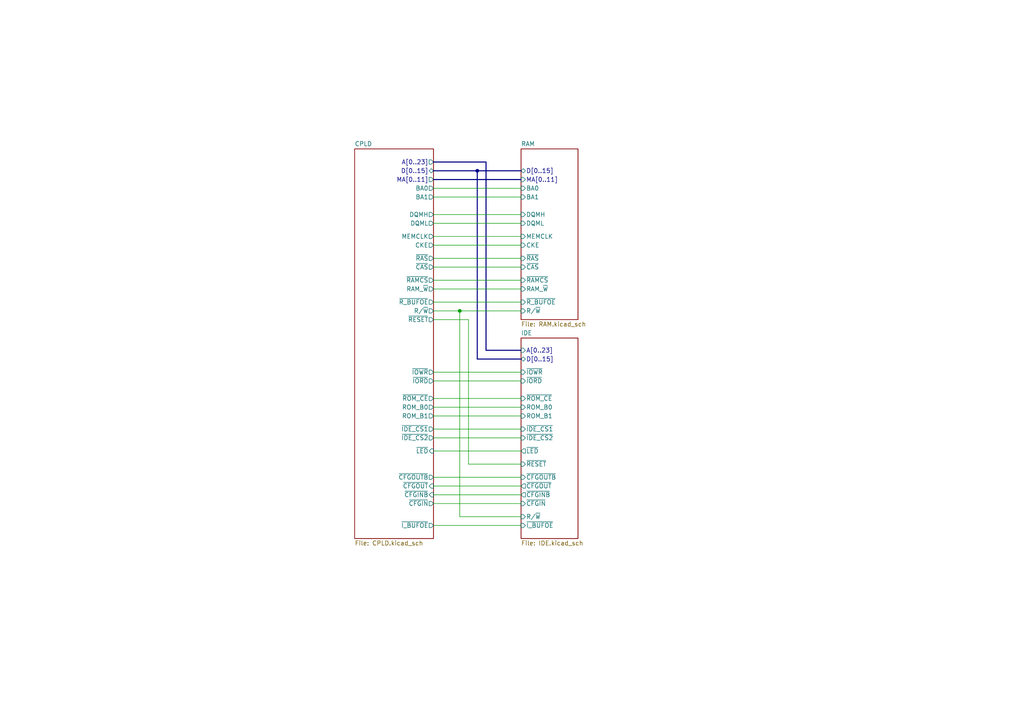
<source format=kicad_sch>
(kicad_sch
	(version 20250114)
	(generator "eeschema")
	(generator_version "9.0")
	(uuid "feab44e6-4b08-41e4-b530-15f510ae4435")
	(paper "A4")
	(lib_symbols)
	(junction
		(at 138.43 49.53)
		(diameter 0)
		(color 0 0 0 0)
		(uuid "32a6943a-acc0-4265-9129-795c88d9d59e")
	)
	(junction
		(at 133.35 90.17)
		(diameter 0)
		(color 0 0 0 0)
		(uuid "e19880c4-4258-43e3-a7ce-b43c66f3eb61")
	)
	(wire
		(pts
			(xy 125.73 138.43) (xy 151.13 138.43)
		)
		(stroke
			(width 0)
			(type default)
		)
		(uuid "06e0b7ee-f894-432a-bf37-8930d92de68d")
	)
	(wire
		(pts
			(xy 125.73 83.82) (xy 151.13 83.82)
		)
		(stroke
			(width 0)
			(type default)
		)
		(uuid "0b03bdeb-1036-4695-8dc2-43406375ae51")
	)
	(wire
		(pts
			(xy 125.73 64.77) (xy 151.13 64.77)
		)
		(stroke
			(width 0)
			(type default)
		)
		(uuid "1467a570-aaae-4755-a6b7-c489cef221ee")
	)
	(wire
		(pts
			(xy 133.35 90.17) (xy 151.13 90.17)
		)
		(stroke
			(width 0)
			(type default)
		)
		(uuid "277ad39f-eee4-40ef-a78d-d7123281983a")
	)
	(wire
		(pts
			(xy 125.73 130.81) (xy 151.13 130.81)
		)
		(stroke
			(width 0)
			(type default)
		)
		(uuid "2d24b21c-eb38-4266-ac68-06c233a6c251")
	)
	(wire
		(pts
			(xy 133.35 149.86) (xy 133.35 90.17)
		)
		(stroke
			(width 0)
			(type default)
		)
		(uuid "3489bf59-bf67-4cac-af41-71240e5be028")
	)
	(bus
		(pts
			(xy 140.97 46.99) (xy 140.97 101.6)
		)
		(stroke
			(width 0)
			(type default)
		)
		(uuid "3c5924e9-5e81-410e-8483-a5a0881a53ba")
	)
	(wire
		(pts
			(xy 125.73 146.05) (xy 151.13 146.05)
		)
		(stroke
			(width 0)
			(type default)
		)
		(uuid "3ebccfde-7919-4d43-8119-f9f4131a0dc0")
	)
	(wire
		(pts
			(xy 125.73 120.65) (xy 151.13 120.65)
		)
		(stroke
			(width 0)
			(type default)
		)
		(uuid "41d3ded8-2467-4305-82af-547b13633982")
	)
	(wire
		(pts
			(xy 135.89 134.62) (xy 151.13 134.62)
		)
		(stroke
			(width 0)
			(type default)
		)
		(uuid "4de83896-8ade-47c2-8487-9755e099c1cc")
	)
	(wire
		(pts
			(xy 135.89 92.71) (xy 135.89 134.62)
		)
		(stroke
			(width 0)
			(type default)
		)
		(uuid "5761c6be-8fa6-4915-9843-d9c63ec7cfb5")
	)
	(wire
		(pts
			(xy 125.73 81.28) (xy 151.13 81.28)
		)
		(stroke
			(width 0)
			(type default)
		)
		(uuid "603d10dd-ee1c-4345-ba5f-32d36e54ff5a")
	)
	(wire
		(pts
			(xy 125.73 107.95) (xy 151.13 107.95)
		)
		(stroke
			(width 0)
			(type default)
		)
		(uuid "60d4dde5-891a-40e4-b81b-c38ed84bbc5c")
	)
	(wire
		(pts
			(xy 125.73 140.97) (xy 151.13 140.97)
		)
		(stroke
			(width 0)
			(type default)
		)
		(uuid "6478370b-c8e6-4f67-99d8-d0cb47e45d7d")
	)
	(wire
		(pts
			(xy 125.73 152.4) (xy 151.13 152.4)
		)
		(stroke
			(width 0)
			(type default)
		)
		(uuid "65eb6932-b913-4b41-8dcc-45ce7769931d")
	)
	(wire
		(pts
			(xy 125.73 143.51) (xy 151.13 143.51)
		)
		(stroke
			(width 0)
			(type default)
		)
		(uuid "6651dc20-bb14-46f6-8cd5-21e460b887e6")
	)
	(wire
		(pts
			(xy 125.73 77.47) (xy 151.13 77.47)
		)
		(stroke
			(width 0)
			(type default)
		)
		(uuid "6d6d667a-6eec-4bad-8399-acd8479cbfbe")
	)
	(wire
		(pts
			(xy 151.13 149.86) (xy 133.35 149.86)
		)
		(stroke
			(width 0)
			(type default)
		)
		(uuid "73c80681-5954-454a-8150-d0cfd6d38d04")
	)
	(wire
		(pts
			(xy 125.73 54.61) (xy 151.13 54.61)
		)
		(stroke
			(width 0)
			(type default)
		)
		(uuid "75f04ccf-058f-4191-91d8-3cf57468a583")
	)
	(wire
		(pts
			(xy 125.73 68.58) (xy 151.13 68.58)
		)
		(stroke
			(width 0)
			(type default)
		)
		(uuid "8766aeb9-2990-479f-be17-e4470a5b98b2")
	)
	(wire
		(pts
			(xy 125.73 57.15) (xy 151.13 57.15)
		)
		(stroke
			(width 0)
			(type default)
		)
		(uuid "91676e2b-8283-49f4-9889-22b0af416575")
	)
	(bus
		(pts
			(xy 151.13 104.14) (xy 138.43 104.14)
		)
		(stroke
			(width 0)
			(type default)
		)
		(uuid "99706794-3177-49ab-8621-3f6d8facaeee")
	)
	(wire
		(pts
			(xy 125.73 127) (xy 151.13 127)
		)
		(stroke
			(width 0)
			(type default)
		)
		(uuid "a0d33e6d-cb86-48ad-a0ff-d8be61f7f53f")
	)
	(bus
		(pts
			(xy 138.43 49.53) (xy 151.13 49.53)
		)
		(stroke
			(width 0)
			(type default)
		)
		(uuid "a60bf606-6cd3-4557-ab9c-04dfe4e51238")
	)
	(wire
		(pts
			(xy 125.73 115.57) (xy 151.13 115.57)
		)
		(stroke
			(width 0)
			(type default)
		)
		(uuid "b5f7b4ea-c5f5-449a-845a-333156c556ca")
	)
	(wire
		(pts
			(xy 125.73 124.46) (xy 151.13 124.46)
		)
		(stroke
			(width 0)
			(type default)
		)
		(uuid "b97923bd-2347-458a-b23e-96ae909e479e")
	)
	(wire
		(pts
			(xy 125.73 90.17) (xy 133.35 90.17)
		)
		(stroke
			(width 0)
			(type default)
		)
		(uuid "bc441892-efd1-4ff2-ad43-a86069d20aa0")
	)
	(bus
		(pts
			(xy 125.73 46.99) (xy 140.97 46.99)
		)
		(stroke
			(width 0)
			(type default)
		)
		(uuid "bdd0c6a6-fd79-4770-80b6-c2d7ddafa8a2")
	)
	(wire
		(pts
			(xy 125.73 62.23) (xy 151.13 62.23)
		)
		(stroke
			(width 0)
			(type default)
		)
		(uuid "c3b75c94-2a1a-407d-ad71-1c3dbe023aec")
	)
	(bus
		(pts
			(xy 140.97 101.6) (xy 151.13 101.6)
		)
		(stroke
			(width 0)
			(type default)
		)
		(uuid "c44a9596-ca85-43a0-962e-78c987a50c7f")
	)
	(wire
		(pts
			(xy 125.73 118.11) (xy 151.13 118.11)
		)
		(stroke
			(width 0)
			(type default)
		)
		(uuid "cac8944a-387f-431b-a411-40704ee3b76e")
	)
	(wire
		(pts
			(xy 125.73 110.49) (xy 151.13 110.49)
		)
		(stroke
			(width 0)
			(type default)
		)
		(uuid "d6b3a5c1-357b-4d5d-80b3-abcb2d2f721b")
	)
	(wire
		(pts
			(xy 125.73 92.71) (xy 135.89 92.71)
		)
		(stroke
			(width 0)
			(type default)
		)
		(uuid "dabce2d6-149b-4f7b-8f0a-e73a3ef71c02")
	)
	(bus
		(pts
			(xy 138.43 104.14) (xy 138.43 49.53)
		)
		(stroke
			(width 0)
			(type default)
		)
		(uuid "e82d0113-1a8b-4236-8d08-d3cd7a590ee4")
	)
	(wire
		(pts
			(xy 125.73 74.93) (xy 151.13 74.93)
		)
		(stroke
			(width 0)
			(type default)
		)
		(uuid "e87e0295-0b12-4611-b61c-d3563f6ac27d")
	)
	(bus
		(pts
			(xy 125.73 49.53) (xy 138.43 49.53)
		)
		(stroke
			(width 0)
			(type default)
		)
		(uuid "f63cf287-a68e-485d-af7f-dd6d62e5191f")
	)
	(wire
		(pts
			(xy 125.73 71.12) (xy 151.13 71.12)
		)
		(stroke
			(width 0)
			(type default)
		)
		(uuid "fb7911cc-d113-40cc-8b12-4fe7b8111f73")
	)
	(wire
		(pts
			(xy 125.73 87.63) (xy 151.13 87.63)
		)
		(stroke
			(width 0)
			(type default)
		)
		(uuid "fb8354fc-dad2-4508-bbc3-2e258a96725e")
	)
	(bus
		(pts
			(xy 125.73 52.07) (xy 151.13 52.07)
		)
		(stroke
			(width 0)
			(type default)
		)
		(uuid "fc450c1b-fed2-40bb-9cc5-4720e6c11fa8")
	)
	(sheet
		(at 151.13 98.044)
		(size 16.51 58.166)
		(exclude_from_sim no)
		(in_bom yes)
		(on_board yes)
		(dnp no)
		(fields_autoplaced yes)
		(stroke
			(width 0.1524)
			(type solid)
		)
		(fill
			(color 0 0 0 0.0000)
		)
		(uuid "620723ea-5538-4ecb-b94a-9d07a4a31841")
		(property "Sheetname" "IDE"
			(at 151.13 97.3324 0)
			(effects
				(font
					(size 1.27 1.27)
				)
				(justify left bottom)
			)
		)
		(property "Sheetfile" "IDE.kicad_sch"
			(at 151.13 156.7946 0)
			(effects
				(font
					(size 1.27 1.27)
				)
				(justify left top)
			)
		)
		(pin "~{LED}" output
			(at 151.13 130.81 180)
			(uuid "59fcc4b3-57f6-47bf-9787-59f1515365a3")
			(effects
				(font
					(size 1.27 1.27)
				)
				(justify left)
			)
		)
		(pin "~{CFGOUT}" output
			(at 151.13 140.97 180)
			(uuid "ad30b12f-bcbd-466c-b9f8-36cd00dd8969")
			(effects
				(font
					(size 1.27 1.27)
				)
				(justify left)
			)
		)
		(pin "ROM_B0" input
			(at 151.13 118.11 180)
			(uuid "099f7eaf-4fc3-4fd1-9e97-ae4ca34a9ef7")
			(effects
				(font
					(size 1.27 1.27)
				)
				(justify left)
			)
		)
		(pin "ROM_B1" input
			(at 151.13 120.65 180)
			(uuid "e7867d8b-2483-4514-b91f-d159f8976524")
			(effects
				(font
					(size 1.27 1.27)
				)
				(justify left)
			)
		)
		(pin "~{IOWR}" input
			(at 151.13 107.95 180)
			(uuid "09e55792-ad5f-46b1-b456-380f166e2670")
			(effects
				(font
					(size 1.27 1.27)
				)
				(justify left)
			)
		)
		(pin "~{IORD}" input
			(at 151.13 110.49 180)
			(uuid "d29374ed-b434-4408-acf5-fb5dcaf6de55")
			(effects
				(font
					(size 1.27 1.27)
				)
				(justify left)
			)
		)
		(pin "~{ROM_CE}" input
			(at 151.13 115.57 180)
			(uuid "ae981607-3e0b-4e74-9dfb-f0f0239b2d3a")
			(effects
				(font
					(size 1.27 1.27)
				)
				(justify left)
			)
		)
		(pin "A[0..23]" input
			(at 151.13 101.6 180)
			(uuid "49328510-6f98-48ff-9d26-41008de35f24")
			(effects
				(font
					(size 1.27 1.27)
				)
				(justify left)
			)
		)
		(pin "D[0..15]" bidirectional
			(at 151.13 104.14 180)
			(uuid "0177e46b-d537-4d77-bf1f-f69c8446f1db")
			(effects
				(font
					(size 1.27 1.27)
				)
				(justify left)
			)
		)
		(pin "~{CFGOUTB}" input
			(at 151.13 138.43 180)
			(uuid "3f0c8a11-b63a-423b-8066-3da92f0d203d")
			(effects
				(font
					(size 1.27 1.27)
				)
				(justify left)
			)
		)
		(pin "~{RESET}" input
			(at 151.13 134.62 180)
			(uuid "7c7434b3-14f7-42a4-8b11-fe57f0f2a4cc")
			(effects
				(font
					(size 1.27 1.27)
				)
				(justify left)
			)
		)
		(pin "~{IDE_CS1}" input
			(at 151.13 124.46 180)
			(uuid "a050a605-a176-48ac-9e30-6e76f16e0048")
			(effects
				(font
					(size 1.27 1.27)
				)
				(justify left)
			)
		)
		(pin "~{IDE_CS2}" input
			(at 151.13 127 180)
			(uuid "f0c1c893-d7a0-4233-9ea2-b9cfd413c0b0")
			(effects
				(font
					(size 1.27 1.27)
				)
				(justify left)
			)
		)
		(pin "~{I_BUFOE}" input
			(at 151.13 152.4 180)
			(uuid "912b4023-71a1-4908-b5c8-cf3de8343370")
			(effects
				(font
					(size 1.27 1.27)
				)
				(justify left)
			)
		)
		(pin "R{slash}~{W}" input
			(at 151.13 149.86 180)
			(uuid "4fce3379-cd20-4199-aa17-604e0df486f5")
			(effects
				(font
					(size 1.27 1.27)
				)
				(justify left)
			)
		)
		(pin "~{CFGINB}" output
			(at 151.13 143.51 180)
			(uuid "4ddb4c70-25e9-4dfa-88bd-256dbed6032c")
			(effects
				(font
					(size 1.27 1.27)
				)
				(justify left)
			)
		)
		(pin "~{CFGIN}" input
			(at 151.13 146.05 180)
			(uuid "ef129ea1-d731-4a41-ba41-d8e3b8f82147")
			(effects
				(font
					(size 1.27 1.27)
				)
				(justify left)
			)
		)
		(instances
			(project "RIDE"
				(path "/feab44e6-4b08-41e4-b530-15f510ae4435"
					(page "3")
				)
			)
		)
	)
	(sheet
		(at 102.87 43.18)
		(size 22.86 113.03)
		(exclude_from_sim no)
		(in_bom yes)
		(on_board yes)
		(dnp no)
		(fields_autoplaced yes)
		(stroke
			(width 0.1524)
			(type solid)
		)
		(fill
			(color 0 0 0 0.0000)
		)
		(uuid "bc37d56d-573a-4481-9877-e87b8667e33a")
		(property "Sheetname" "CPLD"
			(at 102.87 42.4684 0)
			(effects
				(font
					(size 1.27 1.27)
				)
				(justify left bottom)
			)
		)
		(property "Sheetfile" "CPLD.kicad_sch"
			(at 102.87 156.7946 0)
			(effects
				(font
					(size 1.27 1.27)
				)
				(justify left top)
			)
		)
		(pin "R{slash}~{W}" output
			(at 125.73 90.17 0)
			(uuid "0169a641-350c-45fd-9180-b2f7aa710943")
			(effects
				(font
					(size 1.27 1.27)
				)
				(justify right)
			)
		)
		(pin "~{ROM_CE}" output
			(at 125.73 115.57 0)
			(uuid "cd4c7fec-0af6-4014-a321-576114025b45")
			(effects
				(font
					(size 1.27 1.27)
				)
				(justify right)
			)
		)
		(pin "DQML" output
			(at 125.73 64.77 0)
			(uuid "48f4daf4-a571-49b1-8131-242889627c54")
			(effects
				(font
					(size 1.27 1.27)
				)
				(justify right)
			)
		)
		(pin "RAM_~{W}" output
			(at 125.73 83.82 0)
			(uuid "b214ea87-6aa2-4b9f-b4d3-a7896cfcf359")
			(effects
				(font
					(size 1.27 1.27)
				)
				(justify right)
			)
		)
		(pin "~{RAS}" output
			(at 125.73 74.93 0)
			(uuid "55aaa8f8-0e5c-47b8-b6fb-0a2da30a8d3b")
			(effects
				(font
					(size 1.27 1.27)
				)
				(justify right)
			)
		)
		(pin "~{CAS}" output
			(at 125.73 77.47 0)
			(uuid "8ab3dfaf-aeb8-4f0d-878a-301aba2669c0")
			(effects
				(font
					(size 1.27 1.27)
				)
				(justify right)
			)
		)
		(pin "A[0..23]" output
			(at 125.73 46.99 0)
			(uuid "07c35c2a-7e1e-4e1f-a880-0eff8102f101")
			(effects
				(font
					(size 1.27 1.27)
				)
				(justify right)
			)
		)
		(pin "MA[0..11]" output
			(at 125.73 52.07 0)
			(uuid "0d93f7d9-4644-441f-9ef7-95bc4b3ab470")
			(effects
				(font
					(size 1.27 1.27)
				)
				(justify right)
			)
		)
		(pin "DQMH" output
			(at 125.73 62.23 0)
			(uuid "d9c8a90e-831f-4e58-b0b3-5b6c35671fa8")
			(effects
				(font
					(size 1.27 1.27)
				)
				(justify right)
			)
		)
		(pin "D[0..15]" bidirectional
			(at 125.73 49.53 0)
			(uuid "29000165-5e2b-4849-a0a0-a3538a1402a0")
			(effects
				(font
					(size 1.27 1.27)
				)
				(justify right)
			)
		)
		(pin "BA0" output
			(at 125.73 54.61 0)
			(uuid "5dff47a1-296d-4993-a912-587298e0c8ca")
			(effects
				(font
					(size 1.27 1.27)
				)
				(justify right)
			)
		)
		(pin "~{RAMCS}" output
			(at 125.73 81.28 0)
			(uuid "a1904b2e-c151-479e-9748-cbf3da8e8583")
			(effects
				(font
					(size 1.27 1.27)
				)
				(justify right)
			)
		)
		(pin "BA1" output
			(at 125.73 57.15 0)
			(uuid "05d8e375-b128-44ff-91d4-6bdc891764fa")
			(effects
				(font
					(size 1.27 1.27)
				)
				(justify right)
			)
		)
		(pin "CKE" output
			(at 125.73 71.12 0)
			(uuid "8c143e92-5c48-453f-a5f0-bd6faa9d72dd")
			(effects
				(font
					(size 1.27 1.27)
				)
				(justify right)
			)
		)
		(pin "~{R_BUFOE}" output
			(at 125.73 87.63 0)
			(uuid "dd3d2bbe-40ea-45ed-8e0e-2a46deff6249")
			(effects
				(font
					(size 1.27 1.27)
				)
				(justify right)
			)
		)
		(pin "~{RESET}" output
			(at 125.73 92.71 0)
			(uuid "105f2d49-8fa4-4d71-8931-abd8d4987e0c")
			(effects
				(font
					(size 1.27 1.27)
				)
				(justify right)
			)
		)
		(pin "ROM_B0" output
			(at 125.73 118.11 0)
			(uuid "ea880c60-41da-489d-a962-c52261d30733")
			(effects
				(font
					(size 1.27 1.27)
				)
				(justify right)
			)
		)
		(pin "ROM_B1" output
			(at 125.73 120.65 0)
			(uuid "043f68a4-0ef2-42ef-8dfd-f5f77c91f40e")
			(effects
				(font
					(size 1.27 1.27)
				)
				(justify right)
			)
		)
		(pin "~{IDE_CS1}" output
			(at 125.73 124.46 0)
			(uuid "066176c3-c068-46d8-9edb-d866f2117b05")
			(effects
				(font
					(size 1.27 1.27)
				)
				(justify right)
			)
		)
		(pin "~{IDE_CS2}" output
			(at 125.73 127 0)
			(uuid "e97855d3-5f3d-4124-a6f2-633ae991c3b0")
			(effects
				(font
					(size 1.27 1.27)
				)
				(justify right)
			)
		)
		(pin "~{CFGOUTB}" output
			(at 125.73 138.43 0)
			(uuid "04794200-c1f4-40b2-b3d4-effdecb2f1c7")
			(effects
				(font
					(size 1.27 1.27)
				)
				(justify right)
			)
		)
		(pin "~{IORD}" output
			(at 125.73 110.49 0)
			(uuid "b26087ee-82bb-4170-9e00-97c9a360c4ca")
			(effects
				(font
					(size 1.27 1.27)
				)
				(justify right)
			)
		)
		(pin "~{IOWR}" output
			(at 125.73 107.95 0)
			(uuid "60facc2a-b59a-4961-993a-4319c2b8a2b3")
			(effects
				(font
					(size 1.27 1.27)
				)
				(justify right)
			)
		)
		(pin "~{I_BUFOE}" output
			(at 125.73 152.4 0)
			(uuid "83d64227-1a48-425c-a3c4-01578b65dc93")
			(effects
				(font
					(size 1.27 1.27)
				)
				(justify right)
			)
		)
		(pin "~{CFGOUT}" input
			(at 125.73 140.97 0)
			(uuid "10acf098-609c-4395-a43a-e01e60f4f98b")
			(effects
				(font
					(size 1.27 1.27)
				)
				(justify right)
			)
		)
		(pin "MEMCLK" output
			(at 125.73 68.58 0)
			(uuid "c8cd0432-20fe-4978-be36-c126fbc228bd")
			(effects
				(font
					(size 1.27 1.27)
				)
				(justify right)
			)
		)
		(pin "~{LED}" input
			(at 125.73 130.81 0)
			(uuid "f0bc7b72-a872-4876-be6c-bcecf3c87347")
			(effects
				(font
					(size 1.27 1.27)
				)
				(justify right)
			)
		)
		(pin "~{CFGINB}" input
			(at 125.73 143.51 0)
			(uuid "773cbc67-216d-48d7-b223-6db3e111d031")
			(effects
				(font
					(size 1.27 1.27)
				)
				(justify right)
			)
		)
		(pin "~{CFGIN}" output
			(at 125.73 146.05 0)
			(uuid "cea06b1d-df1c-4d46-8714-69b33b8978ee")
			(effects
				(font
					(size 1.27 1.27)
				)
				(justify right)
			)
		)
		(instances
			(project "RIDE"
				(path "/feab44e6-4b08-41e4-b530-15f510ae4435"
					(page "4")
				)
			)
		)
	)
	(sheet
		(at 151.13 43.18)
		(size 16.51 49.53)
		(exclude_from_sim no)
		(in_bom yes)
		(on_board yes)
		(dnp no)
		(fields_autoplaced yes)
		(stroke
			(width 0.1524)
			(type solid)
		)
		(fill
			(color 0 0 0 0.0000)
		)
		(uuid "c0ff79ce-9ab4-478c-85b1-6ca23c34a022")
		(property "Sheetname" "RAM"
			(at 151.13 42.4684 0)
			(effects
				(font
					(size 1.27 1.27)
				)
				(justify left bottom)
			)
		)
		(property "Sheetfile" "RAM.kicad_sch"
			(at 151.13 93.2946 0)
			(effects
				(font
					(size 1.27 1.27)
				)
				(justify left top)
			)
		)
		(pin "D[0..15]" bidirectional
			(at 151.13 49.53 180)
			(uuid "4f717e11-a2a5-4759-a735-17cf2bd294bb")
			(effects
				(font
					(size 1.27 1.27)
				)
				(justify left)
			)
		)
		(pin "MA[0..11]" input
			(at 151.13 52.07 180)
			(uuid "2ecfb41c-1657-4f9b-aa42-7817d8d6399b")
			(effects
				(font
					(size 1.27 1.27)
				)
				(justify left)
			)
		)
		(pin "BA0" input
			(at 151.13 54.61 180)
			(uuid "937d7b1d-3e31-4e8f-8026-9d095bf35bec")
			(effects
				(font
					(size 1.27 1.27)
				)
				(justify left)
			)
		)
		(pin "R{slash}~{W}" input
			(at 151.13 90.17 180)
			(uuid "e2c9b097-879e-4da1-932d-828005fefd11")
			(effects
				(font
					(size 1.27 1.27)
				)
				(justify left)
			)
		)
		(pin "~{R_BUFOE}" input
			(at 151.13 87.63 180)
			(uuid "298d2737-a9cf-494f-8591-445292ef4cdb")
			(effects
				(font
					(size 1.27 1.27)
				)
				(justify left)
			)
		)
		(pin "BA1" input
			(at 151.13 57.15 180)
			(uuid "5c8a4985-9be9-4725-93bf-77d4526510f6")
			(effects
				(font
					(size 1.27 1.27)
				)
				(justify left)
			)
		)
		(pin "CKE" input
			(at 151.13 71.12 180)
			(uuid "a22c3f0b-b7ca-400a-a019-a427029fd9d0")
			(effects
				(font
					(size 1.27 1.27)
				)
				(justify left)
			)
		)
		(pin "MEMCLK" input
			(at 151.13 68.58 180)
			(uuid "725db534-1307-4954-a020-de251d08871e")
			(effects
				(font
					(size 1.27 1.27)
				)
				(justify left)
			)
		)
		(pin "~{RAMCS}" input
			(at 151.13 81.28 180)
			(uuid "fed8faff-7348-4c1c-a19e-2d24dba0435b")
			(effects
				(font
					(size 1.27 1.27)
				)
				(justify left)
			)
		)
		(pin "RAM_~{W}" input
			(at 151.13 83.82 180)
			(uuid "afffbe9a-b861-4085-9067-76fd4a1b564a")
			(effects
				(font
					(size 1.27 1.27)
				)
				(justify left)
			)
		)
		(pin "~{CAS}" input
			(at 151.13 77.47 180)
			(uuid "3794c4d9-509c-4833-9594-822afa0f07ae")
			(effects
				(font
					(size 1.27 1.27)
				)
				(justify left)
			)
		)
		(pin "~{RAS}" input
			(at 151.13 74.93 180)
			(uuid "e963895a-f75e-46fb-87c6-b3cfa19d2e80")
			(effects
				(font
					(size 1.27 1.27)
				)
				(justify left)
			)
		)
		(pin "DQMH" input
			(at 151.13 62.23 180)
			(uuid "8e1f79e7-618c-4817-ad4a-467e1c1f07b7")
			(effects
				(font
					(size 1.27 1.27)
				)
				(justify left)
			)
		)
		(pin "DQML" input
			(at 151.13 64.77 180)
			(uuid "af35a5de-a626-4542-bc58-30434eeb865e")
			(effects
				(font
					(size 1.27 1.27)
				)
				(justify left)
			)
		)
		(instances
			(project "RIDE"
				(path "/feab44e6-4b08-41e4-b530-15f510ae4435"
					(page "2")
				)
			)
		)
	)
	(sheet_instances
		(path "/"
			(page "1")
		)
	)
	(embedded_fonts no)
)

</source>
